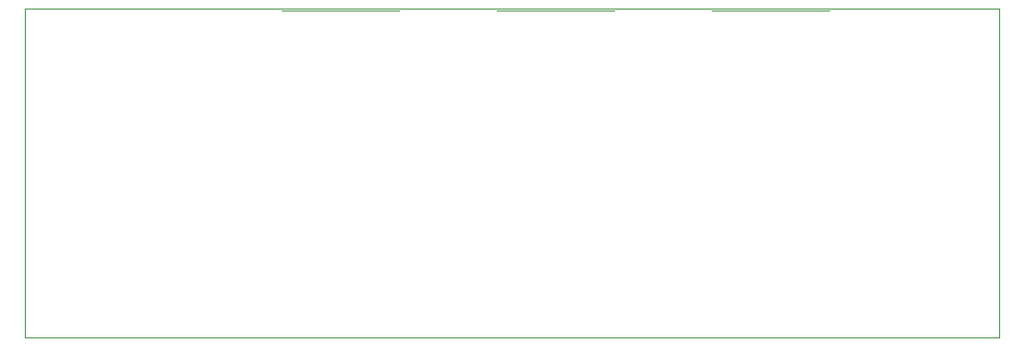
<source format=gbr>
%TF.GenerationSoftware,KiCad,Pcbnew,7.0.10*%
%TF.CreationDate,2024-01-25T23:58:25+01:00*%
%TF.ProjectId,daisy_01,64616973-795f-4303-912e-6b696361645f,rev?*%
%TF.SameCoordinates,Original*%
%TF.FileFunction,Profile,NP*%
%FSLAX46Y46*%
G04 Gerber Fmt 4.6, Leading zero omitted, Abs format (unit mm)*
G04 Created by KiCad (PCBNEW 7.0.10) date 2024-01-25 23:58:25*
%MOMM*%
%LPD*%
G01*
G04 APERTURE LIST*
%TA.AperFunction,Profile*%
%ADD10C,0.100000*%
%TD*%
G04 APERTURE END LIST*
D10*
X101600000Y-102870000D02*
X187960000Y-102870000D01*
X187960000Y-132080000D01*
X101600000Y-132080000D01*
X101600000Y-102870000D01*
%TO.C,RV2*%
X153790000Y-103040000D02*
X143390000Y-103040000D01*
%TO.C,RV3*%
X134780000Y-103040000D02*
X124380000Y-103040000D01*
%TO.C,RV1*%
X172840000Y-103040000D02*
X162440000Y-103040000D01*
%TD*%
M02*

</source>
